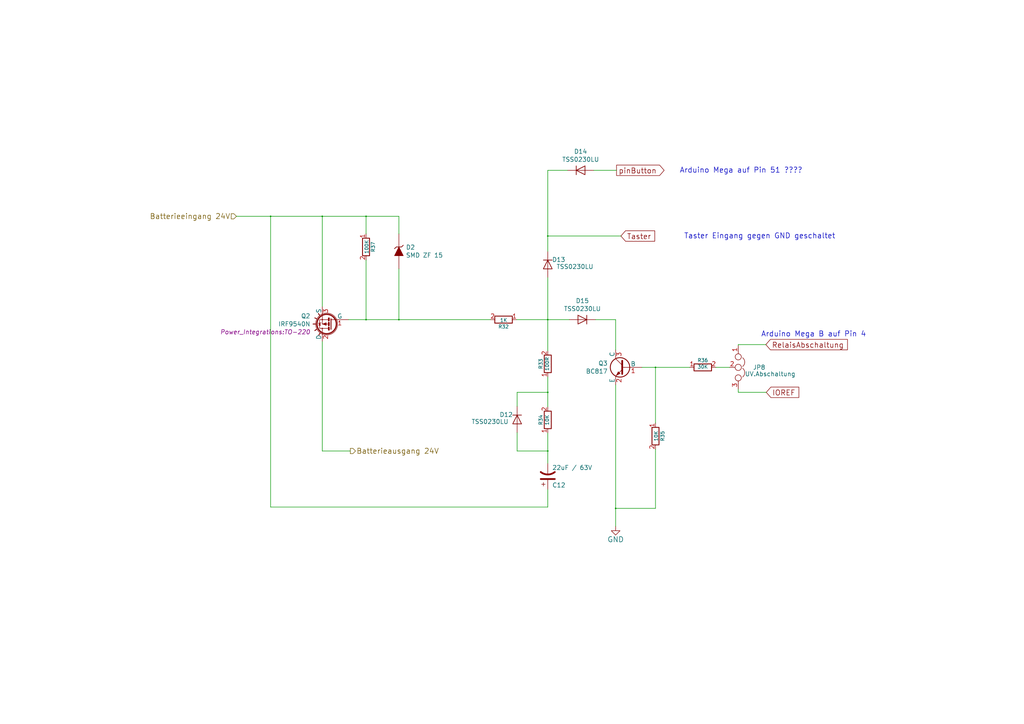
<source format=kicad_sch>
(kicad_sch (version 20201015) (generator eeschema)
  (page 1 34)
  (paper "A4")
  (title_block (title "Ardumower shield SVN Version") (date "2020-11-26") (rev "1.4") (company "ML AG JL UZ") (comment 1 "Unterspannungsschutz von AlexanderG"))
  (lib_symbols
    (symbol "ardumower-mega-shield-svn-rescue:BC817-40-RESCUE-ardumower_mega_shield_svn" (pin_names (offset 0))
      (property "Reference" "Q" (at 5.08 1.905 0))
      (property "Value" "BC817-40-RESCUE-ardumower_mega_shield_svn" (at 5.08 0 0))
      (symbol "BC817-40-RESCUE-ardumower_mega_shield_svn_0_1"
        (circle (center 1.27 0) (radius 2.8194) (stroke (width 0.254)))
        (polyline (pts (xy 0 0) (xy 0.635 0)))
        (polyline (pts (xy 2.54 2.54) (xy 0.635 0.635)))
        (polyline (pts (xy 0.635 -0.635) (xy 2.54 -2.54) (xy 2.54 -2.54)))
        (polyline (pts (xy 0.635 1.905) (xy 0.635 -1.905) (xy 0.635 -1.905)) (stroke (width 0.508)))
        (polyline (pts (xy 1.27 -1.778) (xy 1.778 -1.27) (xy 2.286 -2.286) (xy 1.27 -1.778) (xy 1.27 -1.778)) (fill (type outline)))
      )
      (symbol "BC817-40-RESCUE-ardumower_mega_shield_svn_1_1"
        (pin input line (at -5.08 0 0) (length 5.08) (name "B") (number "1"))
        (pin passive line (at 2.54 -5.08 90) (length 2.54) (name "E") (number "2"))
        (pin passive line (at 2.54 5.08 270) (length 2.54) (name "C") (number "3"))
      )
    )
    (symbol "ardumower-mega-shield-svn-rescue:CP1-RESCUE-ardumower_mega_shield_svn" (pin_numbers hide) (pin_names (offset 0.254) hide)
      (property "Reference" "C" (at 0.635 2.54 0))
      (property "Value" "CP1-RESCUE-ardumower_mega_shield_svn" (at 0.635 -2.54 0))
      (symbol "CP1-RESCUE-ardumower_mega_shield_svn_0_1"
        (arc (start -2.032 -1.27) (end 2.032 -1.27) (radius (at 0 -3.81) (length 3.2512) (angles 128.7 51.3)) (stroke (width 0.508)))
        (polyline (pts (xy -2.032 0.762) (xy 2.032 0.762)) (stroke (width 0.508)))
        (polyline (pts (xy -1.778 2.286) (xy -0.762 2.286)))
        (polyline (pts (xy -1.27 1.778) (xy -1.27 2.794)))
      )
      (symbol "CP1-RESCUE-ardumower_mega_shield_svn_1_1"
        (pin passive line (at 0 3.81 270) (length 2.794) (name "~") (number "1"))
        (pin passive line (at 0 -3.81 90) (length 3.302) (name "~") (number "2"))
      )
    )
    (symbol "ardumower-mega-shield-svn-rescue:D-RESCUE-ardumower_mega_shield_svn" (pin_numbers hide) (pin_names hide)
      (property "Reference" "D" (at 0 2.54 0))
      (property "Value" "D-RESCUE-ardumower_mega_shield_svn" (at 0 -2.54 0))
      (symbol "D-RESCUE-ardumower_mega_shield_svn_0_1"
        (polyline (pts (xy -1.27 1.27) (xy -1.27 -1.27)) (stroke (width 0.2032)))
        (polyline (pts (xy 1.27 0) (xy -1.27 0)))
        (polyline (pts (xy 1.27 1.27) (xy 1.27 -1.27) (xy -1.27 0) (xy 1.27 1.27)) (stroke (width 0.2032)))
      )
      (symbol "D-RESCUE-ardumower_mega_shield_svn_1_1"
        (pin passive line (at -3.81 0 0) (length 2.54) (name "K") (number "1"))
        (pin passive line (at 3.81 0 180) (length 2.54) (name "A") (number "2"))
      )
    )
    (symbol "ardumower-mega-shield-svn-rescue:GND-RESCUE-ardumower_mega_shield_svn" (power) (pin_names (offset 0))
      (property "Value" "GND-RESCUE-ardumower_mega_shield_svn" (at 0 -3.81 0))
      (symbol "GND-RESCUE-ardumower_mega_shield_svn_0_1"
        (polyline (pts (xy 0 0) (xy 0 -1.27) (xy 1.27 -1.27) (xy 0 -2.54) (xy -1.27 -1.27) (xy 0 -1.27)))
      )
      (symbol "GND-RESCUE-ardumower_mega_shield_svn_1_1"
        (pin power_in line (at 0 0 270) (length 0) hide (name "GND") (number "1"))
      )
    )
    (symbol "ardumower-mega-shield-svn-rescue:IRF9540N-RESCUE-ardumower_mega_shield_svn" (pin_names (offset 0))
      (property "Reference" "Q" (at 6.35 1.905 0))
      (property "Value" "IRF9540N-RESCUE-ardumower_mega_shield_svn" (at 6.35 0 0))
      (symbol "IRF9540N-RESCUE-ardumower_mega_shield_svn_0_1"
        (circle (center 1.27 0) (radius 2.8194) (stroke (width 0.3556)))
        (circle (center 1.27 0) (radius 3.175))
        (circle (center 2.54 -1.27) (radius 0.127))
        (circle (center 2.54 1.27) (radius 0.127))
        (polyline (pts (xy 0.635 -1.016) (xy 0.635 -1.651)) (stroke (width 0.508)))
        (polyline (pts (xy 0.635 0.381) (xy 0.635 -0.381)) (stroke (width 0.508)))
        (polyline (pts (xy 0.635 1.651) (xy 0.635 1.016)) (stroke (width 0.508)))
        (polyline (pts (xy 3.048 -0.254) (xy 2.921 -0.381)))
        (polyline (pts (xy 3.175 2.667) (xy 3.556 3.175)) (stroke (width 0.254)))
        (polyline (pts (xy 3.302 -2.54) (xy 3.683 -3.048)) (stroke (width 0.254)))
        (polyline (pts (xy 3.556 -0.254) (xy 3.048 -0.254)))
        (polyline (pts (xy 3.556 -0.254) (xy 3.683 -0.127)))
        (polyline (pts (xy 4.191 -1.524) (xy 4.699 -1.778)) (stroke (width 0.254)))
        (polyline (pts (xy 4.191 1.524) (xy 4.699 1.905)) (stroke (width 0.254)))
        (polyline (pts (xy 4.445 0) (xy 5.207 0)) (stroke (width 0.254)))
        (polyline (pts (xy 0 1.524) (xy 0 -1.524) (xy 0 -1.524)) (stroke (width 0.254)))
        (polyline (pts (xy 0.762 -1.27) (xy 2.54 -1.27) (xy 2.54 -2.54) (xy 2.54 -2.54)))
        (polyline (pts (xy 0.762 0) (xy 2.54 0) (xy 2.54 -1.27) (xy 2.54 -1.27)))
        (polyline (pts (xy 0.762 1.27) (xy 2.54 1.27) (xy 2.54 2.54) (xy 2.54 2.54)))
        (polyline (pts (xy 1.397 0.381) (xy 1.397 -0.381) (xy 2.413 0) (xy 1.397 0.381)) (fill (type outline)))
        (polyline (pts (xy 2.54 1.27) (xy 3.302 1.27) (xy 3.302 -1.27) (xy 2.54 -1.27)))
        (polyline (pts (xy 3.302 -0.254) (xy 3.556 0.381) (xy 3.048 0.381) (xy 3.302 -0.254)) (fill (type outline)))
      )
      (symbol "IRF9540N-RESCUE-ardumower_mega_shield_svn_1_1"
        (pin input line (at -5.08 -1.27 0) (length 5.08) (name "G") (number "1"))
        (pin passive line (at 2.54 5.08 270) (length 2.54) (name "D") (number "2"))
        (pin passive line (at 2.54 -5.08 90) (length 2.54) (name "S") (number "3"))
      )
    )
    (symbol "ardumower-mega-shield-svn-rescue:Jumper_NC_Dual-RESCUE-ardumower_mega_shield_svn" (pin_names (offset 0.762) hide)
      (property "Reference" "JP" (at 1.27 -2.54 0))
      (property "Value" "Jumper_NC_Dual-RESCUE-ardumower_mega_shield_svn" (at 0 2.54 0))
      (symbol "Jumper_NC_Dual-RESCUE-ardumower_mega_shield_svn_0_1"
        (arc (start -0.254 1.27) (end -2.794 1.27) (radius (at -1.524 0.254) (length 1.6256) (angles 38.6 141.3)))
        (arc (start 2.794 1.27) (end 0.254 1.27) (radius (at 1.524 0.254) (length 1.6256) (angles 38.6 141.3)))
        (circle (center -3.048 0) (radius 0.889))
        (circle (center 0 0) (radius 0.9144))
        (circle (center 3.048 0) (radius 0.889))
        (pin passive line (at -6.35 0 0) (length 2.413) (name "1") (number "1"))
        (pin passive line (at 0 -2.54 90) (length 1.524) (name "2") (number "2"))
        (pin passive line (at 6.35 0 180) (length 2.413) (name "3") (number "3"))
      )
    )
    (symbol "ardumower-mega-shield-svn-rescue:R-RESCUE-ardumower_mega_shield_svn" (pin_names (offset 0))
      (property "Reference" "R" (at 2.032 0 90))
      (property "Value" "R-RESCUE-ardumower_mega_shield_svn" (at 0 0 90))
      (symbol "R-RESCUE-ardumower_mega_shield_svn_0_1"
        (rectangle (start -1.016 -2.54) (end 1.016 2.54) (stroke (width 0.254)))
      )
      (symbol "R-RESCUE-ardumower_mega_shield_svn_1_1"
        (pin passive line (at 0 3.81 270) (length 1.27) (name "~") (number "1"))
        (pin passive line (at 0 -3.81 90) (length 1.27) (name "~") (number "2"))
      )
    )
    (symbol "ardumower-mega-shield-svn-rescue:ZENER-RESCUE-ardumower_mega_shield_svn" (pin_numbers hide) (pin_names hide)
      (property "Reference" "D" (at 0 2.54 0))
      (property "Value" "ZENER-RESCUE-ardumower_mega_shield_svn" (at 0 -2.54 0))
      (symbol "ZENER-RESCUE-ardumower_mega_shield_svn_0_1"
        (polyline (pts (xy -1.778 1.27) (xy -1.27 0.762) (xy -1.27 -0.762) (xy -0.762 -1.27) (xy -0.762 -1.27)) (stroke (width 0.2032)))
        (polyline (pts (xy -1.27 0) (xy 1.27 1.27) (xy 1.27 -1.27) (xy -1.27 0) (xy -1.27 0)) (fill (type outline)))
      )
      (symbol "ZENER-RESCUE-ardumower_mega_shield_svn_1_1"
        (pin passive line (at -5.08 0 0) (length 3.81) (name "K") (number "1"))
        (pin passive line (at 5.08 0 180) (length 3.81) (name "A") (number "2"))
      )
    )
  )
  (junction (at 78.486 62.738) (diameter 0.3048))
  (junction (at 93.472 62.738) (diameter 0.3048))
  (junction (at 106.172 62.738) (diameter 0.3048))
  (junction (at 106.172 92.71) (diameter 0.3048))
  (junction (at 115.697 92.71) (diameter 0.3048))
  (junction (at 158.877 68.453) (diameter 0.3048))
  (junction (at 158.877 92.71) (diameter 0.3048))
  (junction (at 158.877 113.792) (diameter 0.3048))
  (junction (at 158.877 130.81) (diameter 0.3048))
  (junction (at 178.562 147.447) (diameter 0.3048))
  (junction (at 190.119 106.553) (diameter 0.3048))
  (wire (pts (xy 68.58 62.738) (xy 78.486 62.738)))
  (wire (pts (xy 78.486 62.738) (xy 93.472 62.738)))
  (wire (pts (xy 78.486 147.066) (xy 78.486 62.738)))
  (wire (pts (xy 78.486 147.066) (xy 158.877 147.066)))
  (wire (pts (xy 93.472 62.738) (xy 106.172 62.738)))
  (wire (pts (xy 93.472 88.9) (xy 93.472 62.738)))
  (wire (pts (xy 93.472 99.06) (xy 93.472 130.81)))
  (wire (pts (xy 93.472 130.81) (xy 101.6 130.81)))
  (wire (pts (xy 101.092 92.71) (xy 106.172 92.71)))
  (wire (pts (xy 106.172 62.738) (xy 106.172 67.818)))
  (wire (pts (xy 106.172 62.738) (xy 115.697 62.738)))
  (wire (pts (xy 106.172 75.438) (xy 106.172 92.71)))
  (wire (pts (xy 106.172 92.71) (xy 115.697 92.71)))
  (wire (pts (xy 115.697 62.738) (xy 115.697 67.818)))
  (wire (pts (xy 115.697 92.71) (xy 115.697 77.978)))
  (wire (pts (xy 115.697 92.71) (xy 142.24 92.71)))
  (wire (pts (xy 149.86 92.71) (xy 158.877 92.71)))
  (wire (pts (xy 149.987 113.792) (xy 149.987 117.856)))
  (wire (pts (xy 149.987 113.792) (xy 158.877 113.792)))
  (wire (pts (xy 149.987 125.476) (xy 149.987 130.81)))
  (wire (pts (xy 149.987 130.81) (xy 158.877 130.81)))
  (wire (pts (xy 158.877 49.403) (xy 158.877 68.453)))
  (wire (pts (xy 158.877 49.403) (xy 164.592 49.403)))
  (wire (pts (xy 158.877 68.453) (xy 158.877 72.898)))
  (wire (pts (xy 158.877 80.518) (xy 158.877 92.71)))
  (wire (pts (xy 158.877 92.71) (xy 158.877 101.727)))
  (wire (pts (xy 158.877 92.71) (xy 165.1 92.71)))
  (wire (pts (xy 158.877 109.347) (xy 158.877 113.792)))
  (wire (pts (xy 158.877 113.792) (xy 158.877 117.983)))
  (wire (pts (xy 158.877 125.603) (xy 158.877 130.81)))
  (wire (pts (xy 158.877 130.81) (xy 158.877 134.366)))
  (wire (pts (xy 158.877 147.066) (xy 158.877 141.986)))
  (wire (pts (xy 172.212 49.403) (xy 178.816 49.403)))
  (wire (pts (xy 172.72 92.71) (xy 178.562 92.71)))
  (wire (pts (xy 178.562 92.71) (xy 178.562 101.473)))
  (wire (pts (xy 178.562 111.633) (xy 178.562 147.447)))
  (wire (pts (xy 178.562 147.447) (xy 178.562 152.654)))
  (wire (pts (xy 180.086 68.453) (xy 158.877 68.453)))
  (wire (pts (xy 186.182 106.553) (xy 190.119 106.553)))
  (wire (pts (xy 190.119 106.553) (xy 190.119 122.682)))
  (wire (pts (xy 190.119 106.553) (xy 200.025 106.553)))
  (wire (pts (xy 190.119 130.302) (xy 190.119 147.447)))
  (wire (pts (xy 190.119 147.447) (xy 178.562 147.447)))
  (wire (pts (xy 207.645 106.553) (xy 211.582 106.553)))
  (wire (pts (xy 214.122 99.949) (xy 214.122 100.203)))
  (wire (pts (xy 214.122 113.792) (xy 214.122 112.903)))
  (wire (pts (xy 222.123 99.949) (xy 214.122 99.949)))
  (wire (pts (xy 222.25 113.792) (xy 214.122 113.792)))
  (image (at 451.231 104.521) (scale 3))
  (text "Arduino Mega auf Pin 51 ????" (at 197.104 50.419 0) (effects (font (size 1.524 1.524)) (justify left bottom)))
  (text "Taster Eingang gegen GND geschaltet" (at 198.374 69.469 0) (effects (font (size 1.524 1.524)) (justify left bottom)))
  (text "Arduino Mega B auf Pin 4" (at 220.726 97.917 0) (effects (font (size 1.524 1.524)) (justify left bottom)))
  (text "1x IRF9540N  P-MOSFET   T1   (or IRF5210)\n1x BC337 NPN   T2\n1x Zener Diode 15V ZD15  Z1\n2x Diode 1N4148 D2, D3\n2x Diode 1N5819 50V D1, D4\n1x 22 uF C1\n1x 1k R4\n2x 10k (R3, R8)\n1x 30k R6\n2x 100k  (R2, R7)" (at 322.58 21.463 0) (effects (font (size 1.524 1.524)) (justify left bottom)))
  (text "beim flashen über usb wird der akku getrennt (alle pins gehen auf hochomig) - das sollte aber kein problem sein (usb versorgung des arduinos) - beim programmstart wird der akku dann wieder zugeschaltet" (at 348.869 186.182 0) (effects (font (size 1.524 1.524)) (justify left bottom)))
  (text "vielleicht schreibst du noch bei was die teilschaltungen machen sollen\n[00:05:52] Alexander Grau: zener diode z.b. soll Ugs auf -15 volt begrenzen\n[00:06:31] Alexander Grau: C9 und D13 sollen über R31, R30 eine verzögerungsschaltung bilden\n[00:06:39] Alexander Grau: (für eine richtung)\n[00:07:27] Alexander Grau: beim pmos evtl. noch beschreiben wann er schaltet und wann nicht:\n[00:07:37] Alexander Grau: Ugs=-15v (pmos schaltet)\n[00:07:43] Alexander Grau: Ugs=0v (pmos schaltet nicht)\n[00:08:14] Alexander Grau: dann versteht man die schaltung besser :)\n[00:08:22] Kurzschuss - Uwe -: die Zeit reicht auf alle fälle oder sollte da evl noch ein Poti vorgesehen werden\n[00:08:37] Alexander Grau: 3 sek reichen dicke - eigentlich reicht schon 1 sek" (at 366.776 230.124 0) (effects (font (size 1.524 1.524)) (justify left bottom)))
  (global_label "pinButton" (shape output) (at 178.816 49.403 0) (property "Intersheet References" "${INTERSHEET_REFS}" (effects hide)) (effects (font (size 1.524 1.524))))
  (global_label "Taster" (shape input) (at 180.086 68.453 0) (property "Intersheet References" "${INTERSHEET_REFS}" (effects hide)) (effects (font (size 1.524 1.524))))
  (global_label "RelaisAbschaltung" (shape input) (at 222.123 99.949 0) (property "Intersheet References" "${INTERSHEET_REFS}" (effects hide)) (effects (font (size 1.524 1.524))))
  (global_label "IOREF" (shape input) (at 222.25 113.792 0) (property "Intersheet References" "${INTERSHEET_REFS}" (effects hide)) (effects (font (size 1.524 1.524))))
  (hierarchical_label "Batterieeingang 24V" (shape input) (at 68.58 62.738 180) (effects (font (size 1.524 1.524))))
  (hierarchical_label "Batterieausgang 24V" (shape output) (at 101.6 130.81 0) (effects (font (size 1.524 1.524))))
  (symbol (lib_id "ardumower-mega-shield-svn-rescue:GND-RESCUE-ardumower_mega_shield_svn") (at 178.562 152.654 0) (unit 1)
    (property "Reference" "#PWR0216" (effects hide))
    (property "Value" "GND" (at 178.562 156.464 0) (effects (font (size 1.524 1.524))))
  )
  (symbol (lib_id "ardumower-mega-shield-svn-rescue:R-RESCUE-ardumower_mega_shield_svn") (at 106.172 71.628 0) (unit 1)
    (property "Reference" "R37" (at 108.204 71.628 90) (effects (font (size 1.016 1.016))))
    (property "Value" "100K" (at 106.3498 71.6026 90) (effects (font (size 1.016 1.016))))
    (property "Footprint" "Zimprich:R_1206" (effects hide))
    (property "Gehäuseart" "Value" (effects hide))
    (property "Bestelllink" "Value" (effects hide))
    (property "Technische Daten" "Value" (effects hide))
    (property "Bestellnummer" "Value" (effects hide))
    (property "Bauform" "Value" (effects hide))
    (property "Funktion" "Value" (effects hide))
    (property "Hersteller" "Value" (effects hide))
    (property "Hersteller Bestellnummer" "Value" (effects hide))
  )
  (symbol (lib_id "ardumower-mega-shield-svn-rescue:R-RESCUE-ardumower_mega_shield_svn") (at 146.05 92.71 270) (unit 1)
    (property "Reference" "R32" (at 146.05 94.742 90) (effects (font (size 1.016 1.016))))
    (property "Value" "1K" (at 146.0754 92.8878 90) (effects (font (size 1.016 1.016))))
    (property "Footprint" "Zimprich:R_1206" (effects hide))
    (property "Gehäuseart" "Value" (effects hide))
    (property "Bestelllink" "Value" (effects hide))
    (property "Technische Daten" "Value" (effects hide))
    (property "Bestellnummer" "Value" (effects hide))
    (property "Bauform" "Value" (effects hide))
    (property "Funktion" "Value" (effects hide))
    (property "Hersteller" "Value" (effects hide))
    (property "Hersteller Bestellnummer" "Value" (effects hide))
  )
  (symbol (lib_id "ardumower-mega-shield-svn-rescue:R-RESCUE-ardumower_mega_shield_svn") (at 158.877 105.537 180) (unit 1)
    (property "Reference" "R33" (at 156.845 105.537 90) (effects (font (size 1.016 1.016))))
    (property "Value" "100R" (at 158.6992 105.5624 90) (effects (font (size 1.016 1.016))))
    (property "Footprint" "Zimprich:R_1206" (effects hide))
    (property "Gehäuseart" "Value" (effects hide))
    (property "Bestelllink" "Value" (effects hide))
    (property "Technische Daten" "Value" (effects hide))
    (property "Bestellnummer" "Value" (effects hide))
    (property "Bauform" "Value" (effects hide))
    (property "Funktion" "Value" (effects hide))
    (property "Hersteller" "Value" (effects hide))
    (property "Hersteller Bestellnummer" "Value" (effects hide))
  )
  (symbol (lib_id "ardumower-mega-shield-svn-rescue:R-RESCUE-ardumower_mega_shield_svn") (at 158.877 121.793 180) (unit 1)
    (property "Reference" "R34" (at 156.845 121.793 90) (effects (font (size 1.016 1.016))))
    (property "Value" "10K" (at 158.6992 121.8184 90) (effects (font (size 1.016 1.016))))
    (property "Footprint" "Zimprich:R_1206" (effects hide))
    (property "Gehäuseart" "Value" (effects hide))
    (property "Bestelllink" "Value" (effects hide))
    (property "Technische Daten" "Value" (effects hide))
    (property "Bestellnummer" "Value" (effects hide))
    (property "Bauform" "Value" (effects hide))
    (property "Funktion" "Value" (effects hide))
    (property "Hersteller" "Value" (effects hide))
    (property "Hersteller Bestellnummer" "Value" (effects hide))
  )
  (symbol (lib_id "ardumower-mega-shield-svn-rescue:R-RESCUE-ardumower_mega_shield_svn") (at 190.119 126.492 0) (unit 1)
    (property "Reference" "R35" (at 192.151 126.492 90) (effects (font (size 1.016 1.016))))
    (property "Value" "10K" (at 190.2968 126.4666 90) (effects (font (size 1.016 1.016))))
    (property "Footprint" "Zimprich:R_1206" (effects hide))
    (property "Gehäuseart" "Value" (effects hide))
    (property "Bestelllink" "Value" (effects hide))
    (property "Technische Daten" "Value" (effects hide))
    (property "Bestellnummer" "Value" (effects hide))
    (property "Bauform" "Value" (effects hide))
    (property "Funktion" "Value" (effects hide))
    (property "Hersteller" "Value" (effects hide))
    (property "Hersteller Bestellnummer" "Value" (effects hide))
  )
  (symbol (lib_id "ardumower-mega-shield-svn-rescue:R-RESCUE-ardumower_mega_shield_svn") (at 203.835 106.553 90) (unit 1)
    (property "Reference" "R36" (at 203.835 104.521 90) (effects (font (size 1.016 1.016))))
    (property "Value" "30K" (at 203.8096 106.3752 90) (effects (font (size 1.016 1.016))))
    (property "Footprint" "Zimprich:R_1206" (effects hide))
    (property "Gehäuseart" "Value" (effects hide))
    (property "Bestelllink" "Value" (effects hide))
    (property "Technische Daten" "Value" (effects hide))
    (property "Bestellnummer" "Value" (effects hide))
    (property "Bauform" "Value" (effects hide))
    (property "Funktion" "Value" (effects hide))
    (property "Hersteller" "Value" (effects hide))
    (property "Hersteller Bestellnummer" "Value" (effects hide))
  )
  (symbol (lib_id "ardumower-mega-shield-svn-rescue:D-RESCUE-ardumower_mega_shield_svn") (at 149.987 121.666 270) (unit 1)
    (property "Reference" "D12" (at 146.812 120.269 90))
    (property "Value" "TSS0230LU" (at 142.113 122.301 90))
    (property "Footprint" "Zimprich:D_0603" (effects hide))
    (property "Gehäuseart" "Value" (effects hide))
    (property "Bestelllink" "https://www.schukat.com/schukat/schukat_cms_de.nsf/index/suchergebnisse?OpenDocument&query=TSS0230LU&news=true&katalog=true" (effects hide))
    (property "Technische Daten" "Gleichrichterdiode SMD, Mini Melf , 100V, 0,15A" (effects hide))
    (property "Bestellnummer" "S: TSS0230LU" (effects hide))
    (property "Bauform" "0603" (effects hide))
    (property "Funktion" "Value" (effects hide))
    (property "Hersteller" "Value" (effects hide))
    (property "Hersteller Bestellnummer" "Value" (effects hide))
  )
  (symbol (lib_id "ardumower-mega-shield-svn-rescue:D-RESCUE-ardumower_mega_shield_svn") (at 158.877 76.708 90) (mirror x) (unit 1)
    (property "Reference" "D13" (at 162.052 75.311 90))
    (property "Value" "TSS0230LU" (at 166.751 77.343 90))
    (property "Footprint" "Zimprich:D_0603" (effects hide))
    (property "Gehäuseart" "Value" (effects hide))
    (property "Bestelllink" "https://www.schukat.com/schukat/schukat_cms_de.nsf/index/suchergebnisse?OpenDocument&query=TSS0230LU&news=true&katalog=true" (effects hide))
    (property "Technische Daten" "SMD-Schottky 35V 0,2A 0603" (effects hide))
    (property "Bestellnummer" "S: TSS0230LU" (effects hide))
    (property "Bauform" "0603" (effects hide))
  )
  (symbol (lib_id "ardumower-mega-shield-svn-rescue:D-RESCUE-ardumower_mega_shield_svn") (at 168.402 49.403 0) (unit 1)
    (property "Reference" "D14" (at 168.402 43.942 0))
    (property "Value" "TSS0230LU" (at 168.402 46.2534 0))
    (property "Footprint" "Zimprich:D_0603" (effects hide))
    (property "Gehäuseart" "Value" (effects hide))
    (property "Bestelllink" "https://www.schukat.com/schukat/schukat_cms_de.nsf/index/suchergebnisse?OpenDocument&query=TSS0230LU&news=true&katalog=true" (effects hide))
    (property "Technische Daten" "SMD-Schottky 35V 0,2A 0603" (effects hide))
    (property "Bestellnummer" "S: TSS0230LU" (effects hide))
    (property "Bauform" "0603" (effects hide))
  )
  (symbol (lib_id "ardumower-mega-shield-svn-rescue:D-RESCUE-ardumower_mega_shield_svn") (at 168.91 92.71 0) (mirror y) (unit 1)
    (property "Reference" "D15" (at 168.91 87.249 0))
    (property "Value" "TSS0230LU" (at 168.91 89.5604 0))
    (property "Footprint" "Zimprich:D_0603" (effects hide))
    (property "Gehäuseart" "Value" (effects hide))
    (property "Bestelllink" "https://www.schukat.com/schukat/schukat_cms_de.nsf/index/suchergebnisse?OpenDocument&query=TSS0230LU&news=true&katalog=true" (effects hide))
    (property "Technische Daten" "SMD-Schottky 35V 0,2A 0603" (effects hide))
    (property "Bestellnummer" "S: TSS0230LU" (effects hide))
    (property "Bauform" "0603" (effects hide))
  )
  (symbol (lib_id "ardumower-mega-shield-svn-rescue:ZENER-RESCUE-ardumower_mega_shield_svn") (at 115.697 72.898 270) (unit 1)
    (property "Reference" "D2" (at 117.7036 71.7296 90) (effects (justify left)))
    (property "Value" "SMD ZF 15" (at 117.7036 74.041 90) (effects (justify left)))
    (property "Footprint" "Diodes_SMD:MiniMELF_Standard" (effects hide))
    (property "Gehäuseart" "Value" (effects hide))
    (property "Bestelllink" "http://www.reichelt.de/SMD-ZF-15/3/index.html?&ACTION=3&LA=446&ARTICLE=18932&artnr=SMD+ZF+15&SEARCH=SMD+ZF+15" (effects hide))
    (property "Technische Daten" "Chip-Zener-Diode 0,5W 15V" (effects hide))
    (property "Bestellnummer" "R: ZD 15" (effects hide))
    (property "Bauform" "Value" (effects hide))
  )
  (symbol (lib_id "ardumower-mega-shield-svn-rescue:CP1-RESCUE-ardumower_mega_shield_svn") (at 158.877 138.176 0) (mirror x) (unit 1)
    (property "Reference" "C12" (at 160.147 140.716 0) (effects (justify left)))
    (property "Value" "22uF / 63V" (at 160.147 135.636 0) (effects (justify left)))
    (property "Footprint" "Zimprich:Elko_vert_11.2x6.3mm_RM2.5_RM5.0" (effects hide))
    (property "Gehäuseart" "Value" (effects hide))
    (property "Bestelllink" "https://www.reichelt.de/IRF-9540N/3/index.html?ACTION=3;ARTICLE=15116;SEARCH=RAD%2022/63" (effects hide))
    (property "Technische Daten" "Elektrolytkondensator 22µF • 63V • 85°C +-20%" (effects hide))
    (property "Bestellnummer" "R: RAD 22/63" (effects hide))
    (property "Bauform" "6,3x11mm, RM 2,5mm" (effects hide))
  )
  (symbol (lib_id "ardumower-mega-shield-svn-rescue:Jumper_NC_Dual-RESCUE-ardumower_mega_shield_svn") (at 214.122 106.553 270) (unit 1)
    (property "Reference" "JP8" (at 220.1926 106.553 90))
    (property "Value" "UV.Abschaltung" (at 223.393 108.458 90))
    (property "Footprint" "Pin_Headers:Pin_Header_Straight_1x03_Pitch2.54mm" (effects hide))
  )
  (symbol (lib_id "ardumower-mega-shield-svn-rescue:BC817-40-RESCUE-ardumower_mega_shield_svn") (at 181.102 106.553 0) (mirror y) (unit 1)
    (property "Reference" "Q3" (at 176.276 105.3846 0) (effects (justify left)))
    (property "Value" "BC817" (at 176.276 107.696 0) (effects (justify left)))
    (property "Footprint" "TO_SOT_Packages_SMD:SOT-23" (effects hide))
    (property "Gehäuseart" "Value" (effects hide))
    (property "Bestelllink" "Value" (effects hide))
    (property "Technische Daten" "Value" (effects hide))
    (property "Bestellnummer" "Value" (effects hide))
    (property "Bauform" "Value" (effects hide))
  )
  (symbol (lib_id "ardumower-mega-shield-svn-rescue:IRF9540N-RESCUE-ardumower_mega_shield_svn") (at 96.012 93.98 180) (unit 1)
    (property "Reference" "Q2" (at 90.043 91.6686 0) (effects (justify left)))
    (property "Value" "IRF9540N" (at 90.043 93.98 0) (effects (justify left)))
    (property "Footprint" "Power_Integrations:TO-220" (at 90.043 96.2914 0) (effects (font italic) (justify left)))
    (property "Gehäuseart" "Value" (effects hide))
    (property "Bestelllink" "Value" (effects hide))
    (property "Technische Daten" "Value" (effects hide))
    (property "Bestellnummer" "Value" (effects hide))
    (property "Bauform" "Value" (effects hide))
  )
)
</source>
